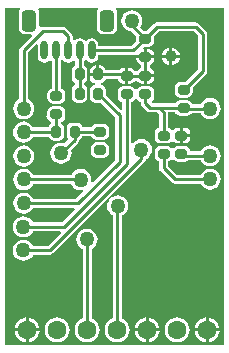
<source format=gtl>
G04 Layer_Physical_Order=1*
G04 Layer_Color=255*
%FSLAX25Y25*%
%MOIN*%
G70*
G01*
G75*
%ADD10C,0.03937*%
%ADD11O,0.02362X0.06102*%
G04:AMPARAMS|DCode=12|XSize=47.24mil|YSize=70.87mil|CornerRadius=11.81mil|HoleSize=0mil|Usage=FLASHONLY|Rotation=0.000|XOffset=0mil|YOffset=0mil|HoleType=Round|Shape=RoundedRectangle|*
%AMROUNDEDRECTD12*
21,1,0.04724,0.04724,0,0,0.0*
21,1,0.02362,0.07087,0,0,0.0*
1,1,0.02362,0.01181,-0.02362*
1,1,0.02362,-0.01181,-0.02362*
1,1,0.02362,-0.01181,0.02362*
1,1,0.02362,0.01181,0.02362*
%
%ADD12ROUNDEDRECTD12*%
G04:AMPARAMS|DCode=13|XSize=39.37mil|YSize=31.5mil|CornerRadius=7.87mil|HoleSize=0mil|Usage=FLASHONLY|Rotation=0.000|XOffset=0mil|YOffset=0mil|HoleType=Round|Shape=RoundedRectangle|*
%AMROUNDEDRECTD13*
21,1,0.03937,0.01575,0,0,0.0*
21,1,0.02362,0.03150,0,0,0.0*
1,1,0.01575,0.01181,-0.00787*
1,1,0.01575,-0.01181,-0.00787*
1,1,0.01575,-0.01181,0.00787*
1,1,0.01575,0.01181,0.00787*
%
%ADD13ROUNDEDRECTD13*%
G04:AMPARAMS|DCode=14|XSize=39.37mil|YSize=31.5mil|CornerRadius=7.87mil|HoleSize=0mil|Usage=FLASHONLY|Rotation=270.000|XOffset=0mil|YOffset=0mil|HoleType=Round|Shape=RoundedRectangle|*
%AMROUNDEDRECTD14*
21,1,0.03937,0.01575,0,0,270.0*
21,1,0.02362,0.03150,0,0,270.0*
1,1,0.01575,-0.00787,-0.01181*
1,1,0.01575,-0.00787,0.01181*
1,1,0.01575,0.00787,0.01181*
1,1,0.01575,0.00787,-0.01181*
%
%ADD14ROUNDEDRECTD14*%
%ADD15C,0.01000*%
%ADD16C,0.06299*%
%ADD17C,0.05000*%
G36*
X517717Y224410D02*
X444882D01*
Y336614D01*
X449616D01*
X449867Y336114D01*
X449520Y335595D01*
X449351Y334744D01*
Y330020D01*
X449520Y329169D01*
X450002Y328447D01*
X450724Y327965D01*
X451575Y327796D01*
X453371D01*
X453578Y327296D01*
X449903Y323621D01*
X449571Y323125D01*
X449455Y322539D01*
Y306206D01*
X449219Y306108D01*
X448488Y305547D01*
X447927Y304816D01*
X447574Y303965D01*
X447454Y303051D01*
X447574Y302137D01*
X447927Y301286D01*
X448488Y300555D01*
X449219Y299994D01*
X450071Y299641D01*
X450984Y299521D01*
X451898Y299641D01*
X452749Y299994D01*
X453480Y300555D01*
X454041Y301286D01*
X454394Y302137D01*
X454515Y303051D01*
X454394Y303965D01*
X454041Y304816D01*
X453480Y305547D01*
X452749Y306108D01*
X452514Y306206D01*
Y321906D01*
X455195Y324588D01*
X455656Y324341D01*
X455650Y324311D01*
Y320571D01*
X455820Y319720D01*
X456301Y318998D01*
X457023Y318516D01*
X457874Y318347D01*
X458725Y318516D01*
X459446Y318998D01*
X459463Y319024D01*
X460032Y319060D01*
X460282Y318795D01*
Y309824D01*
X459933Y309755D01*
X459341Y309360D01*
X458946Y308768D01*
X458808Y308071D01*
Y306496D01*
X458946Y305799D01*
X459341Y305207D01*
X459933Y304812D01*
X460630Y304674D01*
X462992D01*
X463690Y304812D01*
X464281Y305207D01*
X464676Y305799D01*
X464815Y306496D01*
Y308071D01*
X464676Y308768D01*
X464281Y309360D01*
X463690Y309755D01*
X463340Y309824D01*
Y318970D01*
X463383Y318998D01*
X463529Y319217D01*
X464030D01*
X464176Y318998D01*
X464897Y318516D01*
X465748Y318347D01*
X466599Y318516D01*
X467320Y318998D01*
X467337Y319024D01*
X467906Y319060D01*
X468156Y318795D01*
Y317344D01*
X468102Y317333D01*
X467511Y316938D01*
X467115Y316347D01*
X466977Y315650D01*
Y313287D01*
X467115Y312590D01*
X467511Y311999D01*
X468057Y311633D01*
Y310906D01*
X467511Y310541D01*
X467115Y309949D01*
X466977Y309252D01*
Y306890D01*
X467115Y306192D01*
X467511Y305601D01*
X468102Y305206D01*
X468799Y305067D01*
X470374D01*
X471071Y305206D01*
X471663Y305601D01*
X472058Y306192D01*
X472196Y306890D01*
Y309252D01*
X472058Y309949D01*
X471663Y310541D01*
X471116Y310906D01*
Y311633D01*
X471663Y311999D01*
X472058Y312590D01*
X472196Y313287D01*
Y315650D01*
X472058Y316347D01*
X471663Y316938D01*
X471214Y317238D01*
Y318970D01*
X471257Y318998D01*
X471410Y319227D01*
X471910D01*
X472050Y319018D01*
X472771Y318536D01*
X473622Y318367D01*
X474473Y318536D01*
X475195Y319018D01*
X475677Y319740D01*
X475846Y320590D01*
Y320931D01*
X487520D01*
X487933Y321013D01*
X488328Y320776D01*
X490937D01*
Y322885D01*
X490814D01*
X490607Y323385D01*
X490990Y323768D01*
X492618D01*
X493316Y323907D01*
X493907Y324302D01*
X494302Y324893D01*
X494441Y325590D01*
Y327165D01*
X494432Y327210D01*
X496007Y328786D01*
X507634D01*
X509100Y327319D01*
Y316283D01*
X504778Y311960D01*
X503150D01*
X502452Y311822D01*
X501861Y311426D01*
X501466Y310835D01*
X501327Y310138D01*
Y308563D01*
X501466Y307866D01*
X501861Y307274D01*
X502452Y306879D01*
X503150Y306741D01*
X505512D01*
X506209Y306879D01*
X506801Y307274D01*
X507196Y307866D01*
X507334Y308563D01*
Y310138D01*
X507325Y310182D01*
X511711Y314568D01*
X512043Y315064D01*
X512159Y315650D01*
Y327953D01*
X512043Y328538D01*
X511711Y329034D01*
X509349Y331396D01*
X508853Y331728D01*
X508268Y331844D01*
X495374D01*
X494789Y331728D01*
X494293Y331396D01*
X491884Y328988D01*
X490990D01*
X489802Y330176D01*
X490065Y330518D01*
X490418Y331370D01*
X490538Y332283D01*
X490418Y333197D01*
X490065Y334049D01*
X489504Y334780D01*
X488773Y335341D01*
X487922Y335693D01*
X487008Y335814D01*
X486094Y335693D01*
X485243Y335341D01*
X484512Y334780D01*
X483951Y334049D01*
X483598Y333197D01*
X483478Y332283D01*
X483598Y331370D01*
X483951Y330518D01*
X484512Y329787D01*
X485243Y329226D01*
X486094Y328873D01*
X486882Y328770D01*
X488442Y327210D01*
X488434Y327165D01*
Y325590D01*
X488442Y325546D01*
X486886Y323990D01*
X475846D01*
Y324331D01*
X475677Y325182D01*
X475195Y325903D01*
X474473Y326385D01*
X473622Y326554D01*
X472771Y326385D01*
X472050Y325903D01*
X471897Y325675D01*
X471397D01*
X471257Y325884D01*
X470536Y326366D01*
X469685Y326535D01*
X468834Y326366D01*
X468113Y325884D01*
X468096Y325858D01*
X467527Y325822D01*
X467277Y326087D01*
Y327165D01*
X467161Y327751D01*
X466829Y328247D01*
X465156Y329920D01*
X464660Y330252D01*
X464075Y330368D01*
X457283D01*
X456698Y330252D01*
X456661Y330227D01*
X456161Y330494D01*
Y334744D01*
X455992Y335595D01*
X455645Y336114D01*
X455896Y336614D01*
X475600D01*
X475851Y336114D01*
X475504Y335595D01*
X475335Y334744D01*
Y330020D01*
X475504Y329169D01*
X475987Y328447D01*
X476708Y327965D01*
X477559Y327796D01*
X479921D01*
X480772Y327965D01*
X481494Y328447D01*
X481976Y329169D01*
X482145Y330020D01*
Y334744D01*
X481976Y335595D01*
X481629Y336114D01*
X481880Y336614D01*
X517717D01*
Y224410D01*
D02*
G37*
%LPC*%
G36*
X451626Y233450D02*
X451043Y233373D01*
X450033Y232955D01*
X449166Y232290D01*
X448501Y231423D01*
X448083Y230414D01*
X448006Y229831D01*
X451626D01*
Y233450D01*
D02*
G37*
G36*
X452626D02*
Y229831D01*
X456246D01*
X456169Y230414D01*
X455751Y231423D01*
X455086Y232290D01*
X454219Y232955D01*
X453209Y233373D01*
X452626Y233450D01*
D02*
G37*
G36*
X511626Y228831D02*
X508006D01*
X508083Y228247D01*
X508501Y227238D01*
X509166Y226371D01*
X510033Y225706D01*
X511043Y225288D01*
X511626Y225211D01*
Y228831D01*
D02*
G37*
G36*
X516246D02*
X512626D01*
Y225211D01*
X513209Y225288D01*
X514219Y225706D01*
X515086Y226371D01*
X515751Y227238D01*
X516169Y228247D01*
X516246Y228831D01*
D02*
G37*
G36*
X511626Y233450D02*
X511043Y233373D01*
X510033Y232955D01*
X509166Y232290D01*
X508501Y231423D01*
X508083Y230414D01*
X508006Y229831D01*
X511626D01*
Y233450D01*
D02*
G37*
G36*
X512626D02*
Y229831D01*
X516246D01*
X516169Y230414D01*
X515751Y231423D01*
X515086Y232290D01*
X514219Y232955D01*
X513209Y233373D01*
X512626Y233450D01*
D02*
G37*
G36*
X491626D02*
X491043Y233373D01*
X490033Y232955D01*
X489166Y232290D01*
X488501Y231423D01*
X488083Y230414D01*
X488006Y229831D01*
X491626D01*
Y233450D01*
D02*
G37*
G36*
X492626D02*
Y229831D01*
X496246D01*
X496169Y230414D01*
X495751Y231423D01*
X495085Y232290D01*
X494219Y232955D01*
X493209Y233373D01*
X492626Y233450D01*
D02*
G37*
G36*
X482283Y274200D02*
X481370Y274079D01*
X480518Y273727D01*
X479787Y273165D01*
X479226Y272434D01*
X478873Y271583D01*
X478753Y270669D01*
X478873Y269756D01*
X479226Y268904D01*
X479787Y268173D01*
X480518Y267612D01*
X480597Y267580D01*
Y233189D01*
X480033Y232955D01*
X479166Y232290D01*
X478501Y231423D01*
X478083Y230414D01*
X477941Y229331D01*
X478083Y228247D01*
X478501Y227238D01*
X479166Y226371D01*
X480033Y225706D01*
X481043Y225288D01*
X482126Y225145D01*
X483209Y225288D01*
X484219Y225706D01*
X485085Y226371D01*
X485751Y227238D01*
X486169Y228247D01*
X486311Y229331D01*
X486169Y230414D01*
X485751Y231423D01*
X485085Y232290D01*
X484219Y232955D01*
X483655Y233189D01*
Y267449D01*
X484049Y267612D01*
X484780Y268173D01*
X485341Y268904D01*
X485693Y269756D01*
X485814Y270669D01*
X485693Y271583D01*
X485341Y272434D01*
X484780Y273165D01*
X484049Y273727D01*
X483197Y274079D01*
X482283Y274200D01*
D02*
G37*
G36*
X502126Y233516D02*
X501043Y233373D01*
X500033Y232955D01*
X499166Y232290D01*
X498501Y231423D01*
X498083Y230414D01*
X497941Y229331D01*
X498083Y228247D01*
X498501Y227238D01*
X499166Y226371D01*
X500033Y225706D01*
X501043Y225288D01*
X502126Y225145D01*
X503209Y225288D01*
X504219Y225706D01*
X505086Y226371D01*
X505751Y227238D01*
X506169Y228247D01*
X506311Y229331D01*
X506169Y230414D01*
X505751Y231423D01*
X505086Y232290D01*
X504219Y232955D01*
X503209Y233373D01*
X502126Y233516D01*
D02*
G37*
G36*
X462126D02*
X461043Y233373D01*
X460033Y232955D01*
X459166Y232290D01*
X458501Y231423D01*
X458083Y230414D01*
X457941Y229331D01*
X458083Y228247D01*
X458501Y227238D01*
X459166Y226371D01*
X460033Y225706D01*
X461043Y225288D01*
X462126Y225145D01*
X463209Y225288D01*
X464219Y225706D01*
X465086Y226371D01*
X465751Y227238D01*
X466169Y228247D01*
X466311Y229331D01*
X466169Y230414D01*
X465751Y231423D01*
X465086Y232290D01*
X464219Y232955D01*
X463209Y233373D01*
X462126Y233516D01*
D02*
G37*
G36*
X472047Y262979D02*
X471134Y262859D01*
X470282Y262506D01*
X469551Y261945D01*
X468990Y261214D01*
X468637Y260363D01*
X468517Y259449D01*
X468637Y258535D01*
X468990Y257684D01*
X469551Y256953D01*
X470282Y256392D01*
X470597Y256261D01*
Y233189D01*
X470033Y232955D01*
X469167Y232290D01*
X468501Y231423D01*
X468083Y230414D01*
X467941Y229331D01*
X468083Y228247D01*
X468501Y227238D01*
X469167Y226371D01*
X470033Y225706D01*
X471043Y225288D01*
X472126Y225145D01*
X473209Y225288D01*
X474219Y225706D01*
X475085Y226371D01*
X475751Y227238D01*
X476169Y228247D01*
X476311Y229331D01*
X476169Y230414D01*
X475751Y231423D01*
X475085Y232290D01*
X474219Y232955D01*
X473655Y233189D01*
Y256327D01*
X473812Y256392D01*
X474544Y256953D01*
X475105Y257684D01*
X475457Y258535D01*
X475577Y259449D01*
X475457Y260363D01*
X475105Y261214D01*
X474544Y261945D01*
X473812Y262506D01*
X472961Y262859D01*
X472047Y262979D01*
D02*
G37*
G36*
X491626Y228831D02*
X488006D01*
X488083Y228247D01*
X488501Y227238D01*
X489166Y226371D01*
X490033Y225706D01*
X491043Y225288D01*
X491626Y225211D01*
Y228831D01*
D02*
G37*
G36*
X496246D02*
X492626D01*
Y225211D01*
X493209Y225288D01*
X494219Y225706D01*
X495085Y226371D01*
X495751Y227238D01*
X496169Y228247D01*
X496246Y228831D01*
D02*
G37*
G36*
X451626D02*
X448006D01*
X448083Y228247D01*
X448501Y227238D01*
X449166Y226371D01*
X450033Y225706D01*
X451043Y225288D01*
X451626Y225211D01*
Y228831D01*
D02*
G37*
G36*
X456246D02*
X452626D01*
Y225211D01*
X453209Y225288D01*
X454219Y225706D01*
X455086Y226371D01*
X455751Y227238D01*
X456169Y228247D01*
X456246Y228831D01*
D02*
G37*
G36*
X494441Y319776D02*
X488434D01*
Y319488D01*
X488572Y318791D01*
X488967Y318199D01*
X489559Y317805D01*
X489908Y317735D01*
Y316517D01*
X489559Y316447D01*
X488967Y316052D01*
X488632Y315550D01*
X488140D01*
X487804Y316052D01*
X487213Y316447D01*
X486516Y316586D01*
X485835D01*
Y313976D01*
Y311367D01*
X486516D01*
X487213Y311505D01*
X487804Y311900D01*
X488140Y312402D01*
X488632D01*
X488967Y311900D01*
X489559Y311505D01*
X490256Y311367D01*
X490937D01*
Y313976D01*
X491437D01*
Y314476D01*
X494441D01*
Y314764D01*
X494302Y315461D01*
X493907Y316052D01*
X493316Y316447D01*
X492966Y316517D01*
Y317735D01*
X493316Y317805D01*
X493907Y318199D01*
X494302Y318791D01*
X494441Y319488D01*
Y319776D01*
D02*
G37*
G36*
X499500Y319972D02*
X497072D01*
X497108Y319697D01*
X497407Y318975D01*
X497883Y318355D01*
X498503Y317880D01*
X499225Y317580D01*
X499500Y317544D01*
Y319972D01*
D02*
G37*
G36*
X494441Y313476D02*
X491937D01*
Y311367D01*
X492618D01*
X493316Y311505D01*
X493907Y311900D01*
X494302Y312492D01*
X494441Y313189D01*
Y313476D01*
D02*
G37*
G36*
X475189Y317472D02*
X474902D01*
X474204Y317333D01*
X473613Y316938D01*
X473218Y316347D01*
X473079Y315650D01*
Y314968D01*
X475189D01*
Y317472D01*
D02*
G37*
G36*
X499500Y323401D02*
X499225Y323364D01*
X498503Y323065D01*
X497883Y322590D01*
X497407Y321970D01*
X497108Y321247D01*
X497072Y320972D01*
X499500D01*
Y323401D01*
D02*
G37*
G36*
X500500D02*
Y320972D01*
X502928D01*
X502892Y321247D01*
X502593Y321970D01*
X502117Y322590D01*
X501497Y323065D01*
X500775Y323364D01*
X500500Y323401D01*
D02*
G37*
G36*
X502928Y319972D02*
X500500D01*
Y317544D01*
X500775Y317580D01*
X501497Y317880D01*
X502117Y318355D01*
X502593Y318975D01*
X502892Y319697D01*
X502928Y319972D01*
D02*
G37*
G36*
X492618Y322885D02*
X491937D01*
Y320776D01*
X494441D01*
Y321063D01*
X494302Y321760D01*
X493907Y322352D01*
X493316Y322747D01*
X492618Y322885D01*
D02*
G37*
G36*
X513091Y290833D02*
X512177Y290713D01*
X511326Y290360D01*
X510594Y289799D01*
X510033Y289068D01*
X509936Y288832D01*
X506536D01*
X506408Y289477D01*
X506013Y290068D01*
X505422Y290463D01*
X504724Y290602D01*
X502362D01*
X501665Y290463D01*
X501074Y290068D01*
X500891Y289795D01*
X500290D01*
X500107Y290068D01*
X499516Y290463D01*
X498819Y290602D01*
X496457D01*
X495759Y290463D01*
X495168Y290068D01*
X494773Y289477D01*
X494634Y288779D01*
Y287205D01*
X494773Y286507D01*
X495168Y285916D01*
X495759Y285521D01*
X496108Y285452D01*
Y283268D01*
X496225Y282682D01*
X496556Y282186D01*
X500273Y278470D01*
X500769Y278138D01*
X501354Y278022D01*
X509912D01*
X510010Y277786D01*
X510571Y277055D01*
X511302Y276494D01*
X512153Y276141D01*
X513067Y276021D01*
X513981Y276141D01*
X514832Y276494D01*
X515563Y277055D01*
X516124Y277786D01*
X516477Y278638D01*
X516597Y279551D01*
X516477Y280465D01*
X516124Y281316D01*
X515563Y282047D01*
X514832Y282608D01*
X513981Y282961D01*
X513067Y283081D01*
X512153Y282961D01*
X511302Y282608D01*
X510571Y282047D01*
X510010Y281316D01*
X509912Y281081D01*
X501988D01*
X499167Y283901D01*
Y285452D01*
X499516Y285521D01*
X500107Y285916D01*
X500290Y286189D01*
X500891D01*
X501074Y285916D01*
X501665Y285521D01*
X502362Y285382D01*
X504724D01*
X505422Y285521D01*
X505800Y285774D01*
X509936D01*
X510033Y285538D01*
X510594Y284807D01*
X511326Y284246D01*
X512177Y283893D01*
X513091Y283773D01*
X514004Y283893D01*
X514856Y284246D01*
X515587Y284807D01*
X516148Y285538D01*
X516501Y286389D01*
X516621Y287303D01*
X516501Y288217D01*
X516148Y289068D01*
X515587Y289799D01*
X514856Y290360D01*
X514004Y290713D01*
X513091Y290833D01*
D02*
G37*
G36*
X506547Y293595D02*
X504043D01*
Y291485D01*
X504724D01*
X505422Y291623D01*
X506013Y292018D01*
X506408Y292610D01*
X506547Y293307D01*
Y293595D01*
D02*
G37*
G36*
X450984Y290781D02*
X450071Y290661D01*
X449219Y290308D01*
X448488Y289747D01*
X447927Y289016D01*
X447574Y288165D01*
X447454Y287251D01*
X447574Y286337D01*
X447927Y285486D01*
X448488Y284755D01*
X449219Y284194D01*
X450071Y283841D01*
X450984Y283721D01*
X451898Y283841D01*
X452749Y284194D01*
X453480Y284755D01*
X454041Y285486D01*
X454394Y286337D01*
X454515Y287251D01*
X454394Y288165D01*
X454041Y289016D01*
X453480Y289747D01*
X452749Y290308D01*
X451898Y290661D01*
X450984Y290781D01*
D02*
G37*
G36*
X477559Y291881D02*
X475197D01*
X474499Y291743D01*
X473908Y291348D01*
X473513Y290757D01*
X473374Y290059D01*
Y288484D01*
X473513Y287787D01*
X473908Y287196D01*
X474499Y286801D01*
X475197Y286662D01*
X477559D01*
X478257Y286801D01*
X478848Y287196D01*
X479243Y287787D01*
X479382Y288484D01*
Y290059D01*
X479243Y290757D01*
X478848Y291348D01*
X478257Y291743D01*
X477559Y291881D01*
D02*
G37*
G36*
X462992Y303791D02*
X460630D01*
X459933Y303652D01*
X459341Y303257D01*
X458946Y302666D01*
X458808Y301969D01*
Y301348D01*
X458626Y301077D01*
X458510Y300492D01*
X458626Y299907D01*
X458958Y299411D01*
X459281Y299195D01*
X459341Y299105D01*
X459933Y298710D01*
X460182Y298660D01*
X460197Y298153D01*
X459735Y297844D01*
X459340Y297252D01*
X459246Y296781D01*
X454115D01*
X454017Y297016D01*
X453456Y297747D01*
X452725Y298308D01*
X451873Y298661D01*
X450960Y298781D01*
X450046Y298661D01*
X449195Y298308D01*
X448464Y297747D01*
X447903Y297016D01*
X447550Y296165D01*
X447430Y295251D01*
X447550Y294338D01*
X447903Y293486D01*
X448464Y292755D01*
X449195Y292194D01*
X450046Y291841D01*
X450960Y291721D01*
X451873Y291841D01*
X452725Y292194D01*
X453456Y292755D01*
X454017Y293486D01*
X454115Y293722D01*
X459295D01*
X459340Y293495D01*
X459735Y292904D01*
X460326Y292509D01*
X461024Y292371D01*
X462598D01*
X463296Y292509D01*
X463887Y292904D01*
X464282Y293495D01*
X464421Y294193D01*
Y296555D01*
X464282Y297252D01*
X463887Y297844D01*
X463424Y298153D01*
X463440Y298660D01*
X463690Y298710D01*
X464281Y299105D01*
X464676Y299696D01*
X464815Y300394D01*
Y301969D01*
X464676Y302666D01*
X464281Y303257D01*
X463690Y303652D01*
X462992Y303791D01*
D02*
G37*
G36*
X476476Y317472D02*
X476189D01*
Y314469D01*
X475689D01*
Y313968D01*
X473079D01*
Y313287D01*
X473218Y312590D01*
X473613Y311999D01*
X474204Y311604D01*
X474602Y311525D01*
Y311015D01*
X474204Y310936D01*
X473613Y310541D01*
X473218Y309949D01*
X473079Y309252D01*
Y306890D01*
X473218Y306192D01*
X473613Y305601D01*
X474204Y305206D01*
X474902Y305067D01*
X476476D01*
X476521Y305076D01*
X481443Y300154D01*
Y286067D01*
X473895Y278518D01*
X473421Y278752D01*
X473511Y279429D01*
X473390Y280343D01*
X473038Y281194D01*
X472476Y281925D01*
X471745Y282486D01*
X470894Y282839D01*
X469980Y282959D01*
X469067Y282839D01*
X468215Y282486D01*
X467484Y281925D01*
X466923Y281194D01*
X466835Y280981D01*
X454139D01*
X454041Y281216D01*
X453480Y281947D01*
X452749Y282508D01*
X451898Y282861D01*
X450984Y282981D01*
X450071Y282861D01*
X449219Y282508D01*
X448488Y281947D01*
X447927Y281216D01*
X447574Y280365D01*
X447454Y279451D01*
X447574Y278538D01*
X447927Y277686D01*
X448488Y276955D01*
X449219Y276394D01*
X450071Y276041D01*
X450984Y275921D01*
X451898Y276041D01*
X452749Y276394D01*
X453480Y276955D01*
X454041Y277686D01*
X454139Y277922D01*
X466816D01*
X466923Y277664D01*
X467484Y276933D01*
X468215Y276372D01*
X469067Y276019D01*
X469980Y275899D01*
X470657Y275988D01*
X470891Y275515D01*
X468457Y273081D01*
X454139D01*
X454041Y273316D01*
X453480Y274047D01*
X452749Y274608D01*
X451898Y274961D01*
X450984Y275081D01*
X450071Y274961D01*
X449219Y274608D01*
X448488Y274047D01*
X447927Y273316D01*
X447574Y272465D01*
X447454Y271551D01*
X447574Y270637D01*
X447927Y269786D01*
X448488Y269055D01*
X449219Y268494D01*
X450071Y268141D01*
X450984Y268021D01*
X451898Y268141D01*
X452749Y268494D01*
X453480Y269055D01*
X454041Y269786D01*
X454139Y270022D01*
X467796D01*
X467987Y269560D01*
X463608Y265181D01*
X454039D01*
X453941Y265416D01*
X453380Y266147D01*
X452649Y266708D01*
X451798Y267061D01*
X450884Y267181D01*
X449971Y267061D01*
X449119Y266708D01*
X448388Y266147D01*
X447827Y265416D01*
X447474Y264565D01*
X447354Y263651D01*
X447474Y262737D01*
X447827Y261886D01*
X448388Y261155D01*
X449119Y260594D01*
X449971Y260241D01*
X450884Y260121D01*
X451798Y260241D01*
X452649Y260594D01*
X453380Y261155D01*
X453941Y261886D01*
X454039Y262122D01*
X463046D01*
X463237Y261660D01*
X458958Y257381D01*
X454039D01*
X453941Y257616D01*
X453380Y258347D01*
X452649Y258908D01*
X451798Y259261D01*
X450884Y259381D01*
X449971Y259261D01*
X449119Y258908D01*
X448388Y258347D01*
X447827Y257616D01*
X447474Y256765D01*
X447354Y255851D01*
X447474Y254938D01*
X447827Y254086D01*
X448388Y253355D01*
X449119Y252794D01*
X449971Y252441D01*
X450884Y252321D01*
X451798Y252441D01*
X452649Y252794D01*
X453380Y253355D01*
X453941Y254086D01*
X454039Y254322D01*
X459591D01*
X460177Y254438D01*
X460673Y254770D01*
X491239Y285336D01*
X491570Y285832D01*
X491643Y286197D01*
X491923Y286313D01*
X492654Y286874D01*
X493215Y287605D01*
X493567Y288456D01*
X493688Y289370D01*
X493567Y290284D01*
X493215Y291135D01*
X492654Y291866D01*
X491923Y292427D01*
X491071Y292780D01*
X490158Y292900D01*
X489244Y292780D01*
X488392Y292427D01*
X487661Y291866D01*
X487364Y291479D01*
X486864Y291649D01*
Y305333D01*
X487213Y305403D01*
X487804Y305798D01*
X488108Y306252D01*
X488188Y306276D01*
X488584D01*
X488664Y306252D01*
X488967Y305798D01*
X489559Y305403D01*
X489908Y305333D01*
Y305020D01*
X490024Y304434D01*
X490356Y303938D01*
X492029Y302265D01*
X492525Y301934D01*
X493110Y301817D01*
X495430D01*
X496108Y301138D01*
Y296635D01*
X495759Y296566D01*
X495168Y296170D01*
X494773Y295579D01*
X494634Y294882D01*
Y293307D01*
X494773Y292610D01*
X495168Y292018D01*
X495759Y291623D01*
X496457Y291485D01*
X498819D01*
X499516Y291623D01*
X500107Y292018D01*
X500290Y292291D01*
X500891D01*
X501074Y292018D01*
X501665Y291623D01*
X502362Y291485D01*
X503043D01*
Y294094D01*
Y296704D01*
X502362D01*
X501665Y296566D01*
X501074Y296170D01*
X500891Y295898D01*
X500290D01*
X500107Y296170D01*
X499516Y296566D01*
X499167Y296635D01*
Y301772D01*
X499204Y301817D01*
X501455D01*
X501466Y301763D01*
X501861Y301172D01*
X502452Y300777D01*
X503150Y300638D01*
X505512D01*
X506209Y300777D01*
X506801Y301172D01*
X507034Y301522D01*
X509936D01*
X510033Y301286D01*
X510594Y300555D01*
X511326Y299994D01*
X512177Y299641D01*
X513091Y299521D01*
X514004Y299641D01*
X514856Y299994D01*
X515587Y300555D01*
X516148Y301286D01*
X516501Y302137D01*
X516621Y303051D01*
X516501Y303965D01*
X516148Y304816D01*
X515587Y305547D01*
X514856Y306108D01*
X514004Y306461D01*
X513091Y306581D01*
X512177Y306461D01*
X511326Y306108D01*
X510594Y305547D01*
X510033Y304816D01*
X509936Y304581D01*
X507226D01*
X507196Y304733D01*
X506801Y305324D01*
X506209Y305719D01*
X505512Y305858D01*
X503150D01*
X502452Y305719D01*
X501861Y305324D01*
X501561Y304876D01*
X494073D01*
X493780Y305195D01*
X493844Y305756D01*
X493907Y305798D01*
X494302Y306389D01*
X494441Y307087D01*
Y308661D01*
X494302Y309359D01*
X493907Y309950D01*
X493316Y310345D01*
X492618Y310484D01*
X490256D01*
X489559Y310345D01*
X488967Y309950D01*
X488664Y309496D01*
X488584Y309472D01*
X488188D01*
X488108Y309496D01*
X487804Y309950D01*
X487213Y310345D01*
X486516Y310484D01*
X484154D01*
X483456Y310345D01*
X482865Y309950D01*
X482470Y309359D01*
X482331Y308661D01*
Y307087D01*
X482470Y306389D01*
X482865Y305798D01*
X483456Y305403D01*
X483805Y305333D01*
Y302771D01*
X483343Y302579D01*
X478299Y307624D01*
Y309252D01*
X478160Y309949D01*
X477765Y310541D01*
X477174Y310936D01*
X476776Y311015D01*
Y311525D01*
X477174Y311604D01*
X477765Y311999D01*
X478160Y312590D01*
X478230Y312939D01*
X482381D01*
X482470Y312492D01*
X482865Y311900D01*
X483456Y311505D01*
X484154Y311367D01*
X484835D01*
Y313976D01*
Y316586D01*
X484154D01*
X483456Y316447D01*
X482865Y316052D01*
X482829Y315998D01*
X478230D01*
X478160Y316347D01*
X477765Y316938D01*
X477174Y317333D01*
X476476Y317472D01*
D02*
G37*
G36*
X468701Y298377D02*
X467126D01*
X466429Y298239D01*
X465837Y297844D01*
X465442Y297252D01*
X465304Y296555D01*
Y294193D01*
X465442Y293495D01*
X465837Y292904D01*
X465846Y292812D01*
X464535Y291501D01*
X464299Y291599D01*
X463386Y291719D01*
X462472Y291599D01*
X461621Y291246D01*
X460890Y290685D01*
X460329Y289954D01*
X459976Y289103D01*
X459856Y288189D01*
X459976Y287275D01*
X460329Y286424D01*
X460890Y285693D01*
X461621Y285132D01*
X462472Y284779D01*
X463386Y284659D01*
X464299Y284779D01*
X465151Y285132D01*
X465882Y285693D01*
X466443Y286424D01*
X466796Y287275D01*
X466916Y288189D01*
X466796Y289103D01*
X466698Y289338D01*
X468995Y291635D01*
X469326Y292131D01*
X469402Y292512D01*
X469989Y292904D01*
X470385Y293495D01*
X470454Y293845D01*
X473543D01*
X473908Y293298D01*
X474499Y292903D01*
X475197Y292764D01*
X477559D01*
X478257Y292903D01*
X478848Y293298D01*
X479243Y293889D01*
X479382Y294587D01*
Y296161D01*
X479243Y296859D01*
X478848Y297450D01*
X478257Y297845D01*
X477559Y297984D01*
X475197D01*
X474499Y297845D01*
X473908Y297450D01*
X473543Y296903D01*
X470454D01*
X470385Y297252D01*
X469989Y297844D01*
X469398Y298239D01*
X468701Y298377D01*
D02*
G37*
G36*
X504724Y296704D02*
X504043D01*
Y294595D01*
X506547D01*
Y294882D01*
X506408Y295579D01*
X506013Y296170D01*
X505422Y296566D01*
X504724Y296704D01*
D02*
G37*
%LPD*%
D10*
X500000Y320472D02*
D03*
X487008Y332283D02*
D03*
D11*
X465748Y322441D02*
D03*
X469685D02*
D03*
X473622Y322461D02*
D03*
X461811Y322441D02*
D03*
X457874D02*
D03*
D12*
X478740Y332382D02*
D03*
X452756D02*
D03*
D13*
X476378Y295374D02*
D03*
Y289272D02*
D03*
X491437Y320276D02*
D03*
Y326378D02*
D03*
X485335Y307874D02*
D03*
Y313976D02*
D03*
X461811Y301181D02*
D03*
Y307283D02*
D03*
X504331Y309350D02*
D03*
Y303248D02*
D03*
X497638Y294094D02*
D03*
Y287992D02*
D03*
X503543D02*
D03*
Y294094D02*
D03*
X491437Y307874D02*
D03*
Y313976D02*
D03*
D14*
X475689Y308071D02*
D03*
X469587D02*
D03*
X467913Y295374D02*
D03*
X461811D02*
D03*
X469587Y314469D02*
D03*
X475689D02*
D03*
D15*
X472047Y259449D02*
X472126Y259370D01*
Y229331D02*
Y259370D01*
X487008Y330807D02*
X491437Y326378D01*
X487008Y330807D02*
Y332283D01*
X508268Y330315D02*
X510630Y327953D01*
X495374Y330315D02*
X508268D01*
X491437Y326378D02*
X495374Y330315D01*
X510630Y315650D02*
Y327953D01*
X504331Y309350D02*
X510630Y315650D01*
X504331Y303248D02*
X504528Y303051D01*
X504232Y303346D02*
X504331Y303248D01*
X504528Y303051D02*
X513091D01*
X496063Y303346D02*
X504232D01*
X493110D02*
X496063D01*
X497638Y301772D01*
Y294094D02*
Y301772D01*
X463386Y288189D02*
X467913Y292717D01*
Y295374D01*
X469958Y279451D02*
X469980Y279429D01*
X450984Y279451D02*
X469958D01*
X482126Y270512D02*
X482283Y270669D01*
X482126Y229331D02*
Y270512D01*
X490158Y286417D02*
Y289370D01*
X459591Y255851D02*
X490158Y286417D01*
X450884Y255851D02*
X459591D01*
X450960Y295251D02*
X461688D01*
X475689Y308071D02*
X482972Y300787D01*
Y285433D02*
Y300787D01*
X469091Y271551D02*
X482972Y285433D01*
X485335Y284744D02*
Y307874D01*
X464242Y263651D02*
X485335Y284744D01*
X450984Y271551D02*
X469091D01*
X476106Y289000D02*
X476378Y289272D01*
X450884Y263651D02*
X464242D01*
X476378Y295374D02*
X476378Y295374D01*
X467913Y295374D02*
X476378D01*
X461811Y307283D02*
Y322441D01*
X461688Y295251D02*
X461811Y295374D01*
Y301181D01*
X460039Y300492D02*
X460433Y300886D01*
X484842Y314469D02*
X485335Y313976D01*
X475689Y314469D02*
X484842D01*
X469587Y308071D02*
Y314469D01*
X469685Y314567D01*
Y322441D01*
X487520Y322461D02*
X491437Y326378D01*
X473622Y322461D02*
X487520D01*
X491437Y313976D02*
Y320276D01*
X485335Y313976D02*
X491437D01*
Y305020D02*
Y307874D01*
Y305020D02*
X493110Y303346D01*
X512795D02*
X513091Y303051D01*
X497638Y283268D02*
Y287992D01*
Y283268D02*
X501354Y279551D01*
X513067D01*
X504232Y287303D02*
X513091D01*
X503543Y287992D02*
X504232Y287303D01*
X450984Y303051D02*
Y322539D01*
X457283Y328839D01*
X464075D01*
X465748Y327165D01*
Y322441D02*
Y327165D01*
X469488Y322244D02*
X469685Y322441D01*
D16*
X452126Y229331D02*
D03*
X462126D02*
D03*
X472126D02*
D03*
X482126D02*
D03*
X492126D02*
D03*
X502126D02*
D03*
X512126D02*
D03*
D17*
X472047Y259449D02*
D03*
X450984Y287251D02*
D03*
X487008Y332283D02*
D03*
X463386Y288189D02*
D03*
X469980Y279429D02*
D03*
X450984Y279451D02*
D03*
X482283Y270669D02*
D03*
X490158Y289370D02*
D03*
X450884Y255851D02*
D03*
Y263651D02*
D03*
X450984Y271551D02*
D03*
X513091Y303051D02*
D03*
X513067Y279551D02*
D03*
X513091Y287303D02*
D03*
X450984Y303051D02*
D03*
X450960Y295251D02*
D03*
M02*

</source>
